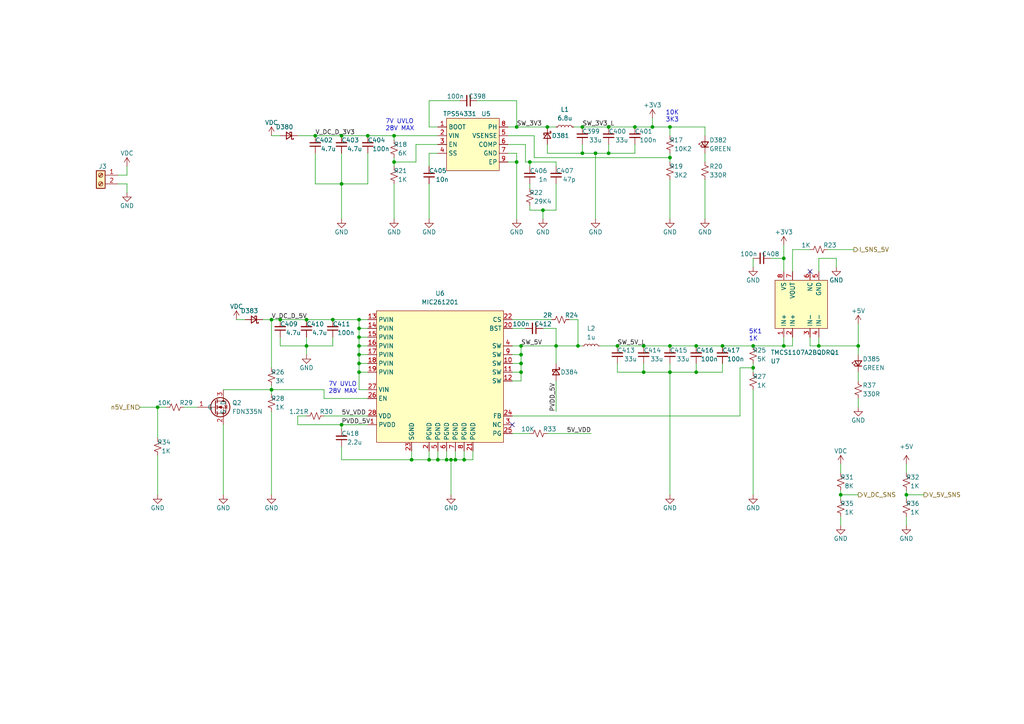
<source format=kicad_sch>
(kicad_sch (version 20210621) (generator eeschema)
  (paper "A4")
  (lib_symbols
    (symbol "Connector:Screw_Terminal_01x02" (pin_names (offset 1.016) hide)
      (property "Reference" "J" (at 0 2.54 0))
      (property "Value" "Screw_Terminal_01x02" (at 0 -5.08 0))
      (symbol "Screw_Terminal_01x02_1_1"
        (rectangle (start -1.27 1.27) (end 1.27 -3.81) (stroke (width 0.254)) (fill (type background)))
        (circle (center 0 -2.54) (radius 0.635) (stroke (width 0.1524)) (stroke (width 0.1524)))
        (polyline (pts (xy -0.5334 -2.2098) (xy 0.3302 -3.048)) (stroke (width 0.1524)))
        (polyline (pts (xy -0.5334 0.3302) (xy 0.3302 -0.508)) (stroke (width 0.1524)))
        (polyline (pts (xy -0.3556 -2.032) (xy 0.508 -2.8702)) (stroke (width 0.1524)))
        (polyline (pts (xy -0.3556 0.508) (xy 0.508 -0.3302)) (stroke (width 0.1524)))
        (circle (center 0 0) (radius 0.635) (stroke (width 0.1524)) (stroke (width 0.1524)))
        (pin passive line (at -5.08 0 0) (length 3.81) (name "Pin_1") (number "1"))
        (pin passive line (at -5.08 -2.54 0) (length 3.81) (name "Pin_2") (number "2"))
      )
    )
    (symbol "Custom_Transistors:FDN335N"
      (property "Reference" "Q" (at 9.525 -13.97 0))
      (property "Value" "FDN335N" (at 8.89 -12.065 0))
      (symbol "FDN335N_0_1"
        (circle (center -0.889 0) (radius 2.794) (stroke (width 0.254)) (stroke (width 0.254)))
        (circle (center 0 -1.778) (radius 0.254) (fill (type outline)))
        (polyline (pts (xy -2.286 0) (xy -5.08 0)))
        (polyline (pts (xy -2.286 1.905) (xy -2.286 -1.905)) (stroke (width 0.254)))
        (polyline (pts (xy -1.778 -1.27) (xy -1.778 -2.286)) (stroke (width 0.254)))
        (polyline (pts (xy -1.778 0.508) (xy -1.778 -0.508)) (stroke (width 0.254)))
        (polyline (pts (xy -1.778 2.286) (xy -1.778 1.27)) (stroke (width 0.254)))
        (polyline (pts (xy 0 2.54) (xy 0 1.778)))
        (polyline (pts (xy 0 -2.54) (xy 0 0) (xy -1.778 0)))
        (polyline (pts (xy -1.778 -1.778) (xy 0.762 -1.778) (xy 0.762 1.778) (xy -1.778 1.778)))
        (polyline (pts (xy -1.524 0) (xy -0.508 0.381) (xy -0.508 -0.381) (xy -1.524 0)) (fill (type outline)))
        (polyline (pts (xy 0.254 0.508) (xy 0.381 0.381) (xy 1.143 0.381) (xy 1.27 0.254)))
        (polyline (pts (xy 0.762 0.381) (xy 0.381 -0.254) (xy 1.143 -0.254) (xy 0.762 0.381)))
        (circle (center 0 1.778) (radius 0.254) (fill (type outline)))
      )
      (symbol "FDN335N_1_1"
        (pin input line (at -7.62 0 0) (length 2.54) (name "G") (number "1"))
        (pin passive line (at 0 -5.08 90) (length 2.54) (name "S") (number "2"))
        (pin passive line (at 0 5.08 270) (length 2.54) (name "D") (number "3"))
      )
    )
    (symbol "Device:C_Small" (pin_numbers hide) (pin_names (offset 0.254) hide)
      (property "Reference" "C" (at 0.254 1.778 0))
      (property "Value" "C_Small" (at 0.254 -2.032 0))
      (symbol "C_Small_0_1"
        (polyline (pts (xy -1.524 -0.508) (xy 1.524 -0.508)) (stroke (width 0.3302)))
        (polyline (pts (xy -1.524 0.508) (xy 1.524 0.508)) (stroke (width 0.3048)))
      )
      (symbol "C_Small_1_1"
        (pin passive line (at 0 2.54 270) (length 2.032) (name "~") (number "1"))
        (pin passive line (at 0 -2.54 90) (length 2.032) (name "~") (number "2"))
      )
    )
    (symbol "Device:D_Schottky_Small" (pin_numbers hide) (pin_names (offset 0.254) hide)
      (property "Reference" "D" (at -1.27 2.032 0))
      (property "Value" "D_Schottky_Small" (at -7.112 -2.032 0))
      (symbol "D_Schottky_Small_0_1"
        (polyline (pts (xy -0.762 0) (xy 0.762 0)))
        (polyline (pts (xy 0.762 -1.016) (xy -0.762 0) (xy 0.762 1.016) (xy 0.762 -1.016)) (stroke (width 0.254)))
        (polyline (pts (xy -1.27 0.762) (xy -1.27 1.016) (xy -0.762 1.016) (xy -0.762 -1.016) (xy -0.254 -1.016) (xy -0.254 -0.762)) (stroke (width 0.254)))
      )
      (symbol "D_Schottky_Small_1_1"
        (pin passive line (at -2.54 0 0) (length 1.778) (name "K") (number "1"))
        (pin passive line (at 2.54 0 180) (length 1.778) (name "A") (number "2"))
      )
    )
    (symbol "Device:LED_Small" (pin_numbers hide) (pin_names (offset 0.254) hide)
      (property "Reference" "D" (at -1.27 3.175 0))
      (property "Value" "LED_Small" (at -4.445 -2.54 0))
      (symbol "LED_Small_0_1"
        (polyline (pts (xy -0.762 -1.016) (xy -0.762 1.016)) (stroke (width 0.254)))
        (polyline (pts (xy 1.016 0) (xy -0.762 0)))
        (polyline (pts (xy 0.762 -1.016) (xy -0.762 0) (xy 0.762 1.016) (xy 0.762 -1.016)) (stroke (width 0.254)))
        (polyline (pts (xy 0 0.762) (xy -0.508 1.27) (xy -0.254 1.27) (xy -0.508 1.27) (xy -0.508 1.016)))
        (polyline (pts (xy 0.508 1.27) (xy 0 1.778) (xy 0.254 1.778) (xy 0 1.778) (xy 0 1.524)))
      )
      (symbol "LED_Small_1_1"
        (pin passive line (at -2.54 0 0) (length 1.778) (name "K") (number "1"))
        (pin passive line (at 2.54 0 180) (length 1.778) (name "A") (number "2"))
      )
    )
    (symbol "Device:L_Small" (pin_numbers hide) (pin_names (offset 0.254) hide)
      (property "Reference" "L" (at 0.762 1.016 0))
      (property "Value" "L_Small" (at 0.762 -1.016 0))
      (symbol "L_Small_0_1"
        (arc (start 0 -2.032) (mid 0.508 -1.524) (end 0 -1.016))
        (arc (start 0 -1.016) (mid 0.508 -0.508) (end 0 0))
        (arc (start 0 0) (mid 0.508 0.508) (end 0 1.016))
        (arc (start 0 1.016) (mid 0.508 1.524) (end 0 2.032))
      )
      (symbol "L_Small_1_1"
        (pin passive line (at 0 2.54 270) (length 0.508) (name "~") (number "1"))
        (pin passive line (at 0 -2.54 90) (length 0.508) (name "~") (number "2"))
      )
    )
    (symbol "Device:R_Small_US" (pin_numbers hide) (pin_names (offset 0.254) hide)
      (property "Reference" "R" (at 0.762 0.508 0))
      (property "Value" "R_Small_US" (at 0.762 -1.016 0))
      (symbol "R_Small_US_1_1"
        (polyline (pts (xy 0 0) (xy 1.016 -0.381) (xy 0 -0.762) (xy -1.016 -1.143) (xy 0 -1.524)))
        (polyline (pts (xy 0 1.524) (xy 1.016 1.143) (xy 0 0.762) (xy -1.016 0.381) (xy 0 0)))
        (pin passive line (at 0 2.54 270) (length 1.016) (name "~") (number "1"))
        (pin passive line (at 0 -2.54 90) (length 1.016) (name "~") (number "2"))
      )
    )
    (symbol "LED_Addrs:MIC261201"
      (property "Reference" "U" (at 31.75 3.81 0))
      (property "Value" "MIC261201" (at 7.62 3.81 0))
      (symbol "MIC261201_0_1"
        (rectangle (start 2.54 2.54) (end 39.37 -35.56) (stroke (width 0.1524)) (fill (type background)))
      )
      (symbol "MIC261201_1_1"
        (pin input line (at 0 -30.48 0) (length 2.54) (name "PVDD") (number "1"))
        (pin input line (at 41.91 -12.7 180) (length 2.54) (name "SW") (number "10"))
        (pin input line (at 41.91 -15.24 180) (length 2.54) (name "SW") (number "11"))
        (pin input line (at 41.91 -17.78 180) (length 2.54) (name "SW") (number "12"))
        (pin input line (at 0 0 0) (length 2.54) (name "PVIN") (number "13"))
        (pin input line (at 0 -2.54 0) (length 2.54) (name "PVIN") (number "14"))
        (pin input line (at 0 -5.08 0) (length 2.54) (name "PVIN") (number "15"))
        (pin input line (at 0 -7.62 0) (length 2.54) (name "PVIN") (number "16"))
        (pin input line (at 0 -10.16 0) (length 2.54) (name "PVIN") (number "17"))
        (pin input line (at 0 -12.7 0) (length 2.54) (name "PVIN") (number "18"))
        (pin input line (at 0 -15.24 0) (length 2.54) (name "PVIN") (number "19"))
        (pin input line (at 17.78 -38.1 90) (length 2.54) (name "PGND") (number "2"))
        (pin input line (at 41.91 -2.54 180) (length 2.54) (name "BST") (number "20"))
        (pin input line (at 30.48 -38.1 90) (length 2.54) (name "PGND") (number "21"))
        (pin input line (at 41.91 0 180) (length 2.54) (name "CS") (number "22"))
        (pin input line (at 12.7 -38.1 90) (length 2.54) (name "SGND") (number "23"))
        (pin input line (at 41.91 -27.94 180) (length 2.54) (name "FB") (number "24"))
        (pin input line (at 41.91 -33.02 180) (length 2.54) (name "PG") (number "25"))
        (pin input line (at 0 -22.86 0) (length 2.54) (name "EN") (number "26"))
        (pin input line (at 0 -20.32 0) (length 2.54) (name "VIN") (number "27"))
        (pin input line (at 0 -27.94 0) (length 2.54) (name "VDD") (number "28"))
        (pin input line (at 41.91 -30.48 180) (length 2.54) (name "NC") (number "3"))
        (pin input line (at 41.91 -7.62 180) (length 2.54) (name "SW") (number "4"))
        (pin input line (at 20.32 -38.1 90) (length 2.54) (name "PGND") (number "5"))
        (pin input line (at 22.86 -38.1 90) (length 2.54) (name "PGND") (number "6"))
        (pin input line (at 25.4 -38.1 90) (length 2.54) (name "PGND") (number "7"))
        (pin input line (at 27.94 -38.1 90) (length 2.54) (name "PGND") (number "8"))
        (pin input line (at 41.91 -10.16 180) (length 2.54) (name "SW") (number "9"))
      )
    )
    (symbol "LED_Addrs:TMCS1107A2BQDRQ1"
      (property "Reference" "U" (at 2.54 6.35 0))
      (property "Value" "TMCS1107A2BQDRQ1" (at 10.16 3.81 0))
      (symbol "TMCS1107A2BQDRQ1_0_1"
        (rectangle (start 2.54 -12.7) (end 16.51 2.54) (stroke (width 0.1524)) (fill (type background)))
      )
      (symbol "TMCS1107A2BQDRQ1_1_1"
        (pin input line (at 0 0 0) (length 2.54) (name "IN+") (number "1"))
        (pin input line (at 0 -2.54 0) (length 2.54) (name "IN+") (number "2"))
        (pin input line (at 0 -7.62 0) (length 2.54) (name "IN-") (number "3"))
        (pin input line (at 0 -10.16 0) (length 2.54) (name "IN-") (number "4"))
        (pin input line (at 19.05 -10.16 180) (length 2.54) (name "GND") (number "5"))
        (pin input line (at 19.05 -7.62 180) (length 2.54) (name "NC") (number "6"))
        (pin input line (at 19.05 -2.54 180) (length 2.54) (name "VOUT") (number "7"))
        (pin input line (at 19.05 0 180) (length 2.54) (name "VS") (number "8"))
      )
    )
    (symbol "LED_Addrs:TPS54331"
      (property "Reference" "U" (at 13.97 3.81 0))
      (property "Value" "TPS54331" (at 6.35 3.81 0))
      (symbol "TPS54331_0_1"
        (rectangle (start 2.54 2.54) (end 17.78 -12.7) (stroke (width 0.1524)) (fill (type background)))
      )
      (symbol "TPS54331_1_1"
        (pin input line (at 0 0 0) (length 2.54) (name "BOOT") (number "1"))
        (pin input line (at 0 -2.54 0) (length 2.54) (name "VIN") (number "2"))
        (pin input line (at 0 -5.08 0) (length 2.54) (name "EN") (number "3"))
        (pin input line (at 0 -7.62 0) (length 2.54) (name "SS") (number "4"))
        (pin input line (at 20.32 -2.54 180) (length 2.54) (name "VSENSE") (number "5"))
        (pin input line (at 20.32 -5.08 180) (length 2.54) (name "COMP") (number "6"))
        (pin input line (at 20.32 -7.62 180) (length 2.54) (name "GND") (number "7"))
        (pin input line (at 20.32 0 180) (length 2.54) (name "PH") (number "8"))
        (pin input line (at 20.32 -10.16 180) (length 2.54) (name "EP") (number "9"))
      )
    )
    (symbol "power:+3V3" (power) (pin_names (offset 0))
      (property "Value" "+3V3" (at 0 3.556 0))
      (symbol "+3V3_0_1"
        (polyline (pts (xy -0.762 1.27) (xy 0 2.54)))
        (polyline (pts (xy 0 0) (xy 0 2.54)))
        (polyline (pts (xy 0 2.54) (xy 0.762 1.27)))
      )
      (symbol "+3V3_1_1"
        (pin power_in line (at 0 0 90) (length 0) hide (name "+3V3") (number "1"))
      )
    )
    (symbol "power:+5V" (power) (pin_names (offset 0))
      (property "Value" "+5V" (at 0 3.556 0))
      (symbol "+5V_0_1"
        (polyline (pts (xy -0.762 1.27) (xy 0 2.54)))
        (polyline (pts (xy 0 0) (xy 0 2.54)))
        (polyline (pts (xy 0 2.54) (xy 0.762 1.27)))
      )
      (symbol "+5V_1_1"
        (pin power_in line (at 0 0 90) (length 0) hide (name "+5V") (number "1"))
      )
    )
    (symbol "power:GND" (power) (pin_names (offset 0))
      (property "Value" "GND" (at 0 -3.81 0))
      (symbol "GND_0_1"
        (polyline (pts (xy 0 0) (xy 0 -1.27) (xy 1.27 -1.27) (xy 0 -2.54) (xy -1.27 -1.27) (xy 0 -1.27)))
      )
      (symbol "GND_1_1"
        (pin power_in line (at 0 0 270) (length 0) hide (name "GND") (number "1"))
      )
    )
    (symbol "power:VDC" (power) (pin_names (offset 0))
      (property "Value" "VDC" (at 0 6.35 0))
      (symbol "VDC_0_1"
        (polyline (pts (xy -0.762 1.27) (xy 0 2.54)))
        (polyline (pts (xy 0 0) (xy 0 2.54)))
        (polyline (pts (xy 0 2.54) (xy 0.762 1.27)))
      )
      (symbol "VDC_1_1"
        (pin power_in line (at 0 0 90) (length 0) hide (name "VDC") (number "1"))
      )
    )
  )
  (junction (at 45.72 118.11))
  (junction (at 78.74 92.71))
  (junction (at 78.74 113.03))
  (junction (at 81.28 92.71))
  (junction (at 88.9 92.71))
  (junction (at 88.9 100.33))
  (junction (at 91.44 39.37))
  (junction (at 96.52 92.71))
  (junction (at 99.06 39.37))
  (junction (at 99.06 53.34))
  (junction (at 99.06 123.19))
  (junction (at 104.14 92.71))
  (junction (at 104.14 95.25))
  (junction (at 104.14 97.79))
  (junction (at 104.14 100.33))
  (junction (at 104.14 102.87))
  (junction (at 104.14 105.41))
  (junction (at 104.14 107.95))
  (junction (at 106.68 39.37))
  (junction (at 114.3 39.37))
  (junction (at 114.3 46.99))
  (junction (at 119.38 133.35))
  (junction (at 124.46 133.35))
  (junction (at 127 133.35))
  (junction (at 129.54 133.35))
  (junction (at 130.81 133.35))
  (junction (at 132.08 133.35))
  (junction (at 134.62 133.35))
  (junction (at 149.86 36.83))
  (junction (at 149.86 46.99))
  (junction (at 151.13 100.33))
  (junction (at 151.13 102.87))
  (junction (at 151.13 105.41))
  (junction (at 151.13 107.95))
  (junction (at 153.67 46.99))
  (junction (at 157.48 60.96))
  (junction (at 158.75 36.83))
  (junction (at 161.29 100.33))
  (junction (at 167.64 100.33))
  (junction (at 168.91 36.83))
  (junction (at 168.91 44.45))
  (junction (at 172.72 44.45))
  (junction (at 176.53 36.83))
  (junction (at 176.53 44.45))
  (junction (at 179.07 100.33))
  (junction (at 184.15 36.83))
  (junction (at 186.69 100.33))
  (junction (at 186.69 107.95))
  (junction (at 189.23 36.83))
  (junction (at 194.31 36.83))
  (junction (at 194.31 45.72))
  (junction (at 194.31 100.33))
  (junction (at 194.31 107.95))
  (junction (at 201.93 100.33))
  (junction (at 201.93 107.95))
  (junction (at 209.55 100.33))
  (junction (at 218.44 100.33))
  (junction (at 218.44 106.68))
  (junction (at 227.33 74.93))
  (junction (at 227.33 100.33))
  (junction (at 237.49 100.33))
  (junction (at 243.84 143.51))
  (junction (at 248.92 100.33))
  (junction (at 262.89 143.51))
  (no_connect (at 148.59 123.19))
  (no_connect (at 234.95 78.74))
  (wire (pts (xy 34.29 50.8) (xy 36.83 50.8)))
  (wire (pts (xy 36.83 48.26) (xy 36.83 50.8)))
  (wire (pts (xy 36.83 53.34) (xy 34.29 53.34)))
  (wire (pts (xy 36.83 55.88) (xy 36.83 53.34)))
  (wire (pts (xy 40.64 118.11) (xy 45.72 118.11)))
  (wire (pts (xy 45.72 118.11) (xy 48.26 118.11)))
  (wire (pts (xy 45.72 127) (xy 45.72 118.11)))
  (wire (pts (xy 45.72 132.08) (xy 45.72 143.51)))
  (wire (pts (xy 53.34 118.11) (xy 57.15 118.11)))
  (wire (pts (xy 64.77 113.03) (xy 78.74 113.03)))
  (wire (pts (xy 64.77 123.19) (xy 64.77 143.51)))
  (wire (pts (xy 68.58 92.71) (xy 71.12 92.71)))
  (wire (pts (xy 76.2 92.71) (xy 78.74 92.71)))
  (wire (pts (xy 78.74 39.37) (xy 81.28 39.37)))
  (wire (pts (xy 78.74 92.71) (xy 78.74 106.68)))
  (wire (pts (xy 78.74 92.71) (xy 81.28 92.71)))
  (wire (pts (xy 78.74 111.76) (xy 78.74 113.03)))
  (wire (pts (xy 78.74 113.03) (xy 78.74 114.3)))
  (wire (pts (xy 78.74 119.38) (xy 78.74 143.51)))
  (wire (pts (xy 81.28 92.71) (xy 88.9 92.71)))
  (wire (pts (xy 81.28 97.79) (xy 81.28 100.33)))
  (wire (pts (xy 81.28 100.33) (xy 88.9 100.33)))
  (wire (pts (xy 86.36 39.37) (xy 91.44 39.37)))
  (wire (pts (xy 86.36 120.65) (xy 86.36 123.19)))
  (wire (pts (xy 86.36 123.19) (xy 99.06 123.19)))
  (wire (pts (xy 88.9 92.71) (xy 96.52 92.71)))
  (wire (pts (xy 88.9 97.79) (xy 88.9 100.33)))
  (wire (pts (xy 88.9 100.33) (xy 88.9 102.87)))
  (wire (pts (xy 88.9 100.33) (xy 96.52 100.33)))
  (wire (pts (xy 88.9 120.65) (xy 86.36 120.65)))
  (wire (pts (xy 91.44 39.37) (xy 99.06 39.37)))
  (wire (pts (xy 91.44 44.45) (xy 91.44 53.34)))
  (wire (pts (xy 91.44 53.34) (xy 99.06 53.34)))
  (wire (pts (xy 93.98 113.03) (xy 78.74 113.03)))
  (wire (pts (xy 93.98 115.57) (xy 93.98 113.03)))
  (wire (pts (xy 93.98 120.65) (xy 106.68 120.65)))
  (wire (pts (xy 96.52 92.71) (xy 104.14 92.71)))
  (wire (pts (xy 96.52 97.79) (xy 96.52 100.33)))
  (wire (pts (xy 99.06 39.37) (xy 106.68 39.37)))
  (wire (pts (xy 99.06 44.45) (xy 99.06 53.34)))
  (wire (pts (xy 99.06 53.34) (xy 99.06 63.5)))
  (wire (pts (xy 99.06 53.34) (xy 106.68 53.34)))
  (wire (pts (xy 99.06 123.19) (xy 99.06 124.46)))
  (wire (pts (xy 99.06 123.19) (xy 106.68 123.19)))
  (wire (pts (xy 99.06 129.54) (xy 99.06 133.35)))
  (wire (pts (xy 99.06 133.35) (xy 119.38 133.35)))
  (wire (pts (xy 104.14 92.71) (xy 106.68 92.71)))
  (wire (pts (xy 104.14 95.25) (xy 104.14 92.71)))
  (wire (pts (xy 104.14 95.25) (xy 106.68 95.25)))
  (wire (pts (xy 104.14 97.79) (xy 104.14 95.25)))
  (wire (pts (xy 104.14 97.79) (xy 106.68 97.79)))
  (wire (pts (xy 104.14 100.33) (xy 104.14 97.79)))
  (wire (pts (xy 104.14 100.33) (xy 106.68 100.33)))
  (wire (pts (xy 104.14 102.87) (xy 104.14 100.33)))
  (wire (pts (xy 104.14 102.87) (xy 106.68 102.87)))
  (wire (pts (xy 104.14 105.41) (xy 104.14 102.87)))
  (wire (pts (xy 104.14 105.41) (xy 106.68 105.41)))
  (wire (pts (xy 104.14 107.95) (xy 104.14 105.41)))
  (wire (pts (xy 104.14 107.95) (xy 104.14 113.03)))
  (wire (pts (xy 106.68 39.37) (xy 114.3 39.37)))
  (wire (pts (xy 106.68 44.45) (xy 106.68 53.34)))
  (wire (pts (xy 106.68 107.95) (xy 104.14 107.95)))
  (wire (pts (xy 106.68 113.03) (xy 104.14 113.03)))
  (wire (pts (xy 106.68 115.57) (xy 93.98 115.57)))
  (wire (pts (xy 114.3 39.37) (xy 114.3 40.64)))
  (wire (pts (xy 114.3 39.37) (xy 127 39.37)))
  (wire (pts (xy 114.3 45.72) (xy 114.3 46.99)))
  (wire (pts (xy 114.3 46.99) (xy 114.3 48.26)))
  (wire (pts (xy 114.3 46.99) (xy 120.65 46.99)))
  (wire (pts (xy 114.3 53.34) (xy 114.3 63.5)))
  (wire (pts (xy 119.38 130.81) (xy 119.38 133.35)))
  (wire (pts (xy 119.38 133.35) (xy 124.46 133.35)))
  (wire (pts (xy 120.65 41.91) (xy 120.65 46.99)))
  (wire (pts (xy 124.46 29.21) (xy 124.46 36.83)))
  (wire (pts (xy 124.46 36.83) (xy 127 36.83)))
  (wire (pts (xy 124.46 44.45) (xy 124.46 48.26)))
  (wire (pts (xy 124.46 44.45) (xy 127 44.45)))
  (wire (pts (xy 124.46 53.34) (xy 124.46 63.5)))
  (wire (pts (xy 124.46 130.81) (xy 124.46 133.35)))
  (wire (pts (xy 124.46 133.35) (xy 127 133.35)))
  (wire (pts (xy 127 41.91) (xy 120.65 41.91)))
  (wire (pts (xy 127 130.81) (xy 127 133.35)))
  (wire (pts (xy 127 133.35) (xy 129.54 133.35)))
  (wire (pts (xy 129.54 130.81) (xy 129.54 133.35)))
  (wire (pts (xy 129.54 133.35) (xy 130.81 133.35)))
  (wire (pts (xy 130.81 133.35) (xy 130.81 143.51)))
  (wire (pts (xy 130.81 133.35) (xy 132.08 133.35)))
  (wire (pts (xy 132.08 130.81) (xy 132.08 133.35)))
  (wire (pts (xy 132.08 133.35) (xy 134.62 133.35)))
  (wire (pts (xy 133.35 29.21) (xy 124.46 29.21)))
  (wire (pts (xy 134.62 130.81) (xy 134.62 133.35)))
  (wire (pts (xy 134.62 133.35) (xy 137.16 133.35)))
  (wire (pts (xy 137.16 130.81) (xy 137.16 133.35)))
  (wire (pts (xy 147.32 36.83) (xy 149.86 36.83)))
  (wire (pts (xy 147.32 39.37) (xy 154.94 39.37)))
  (wire (pts (xy 147.32 41.91) (xy 152.4 41.91)))
  (wire (pts (xy 147.32 44.45) (xy 149.86 44.45)))
  (wire (pts (xy 147.32 46.99) (xy 149.86 46.99)))
  (wire (pts (xy 148.59 92.71) (xy 160.02 92.71)))
  (wire (pts (xy 148.59 95.25) (xy 152.4 95.25)))
  (wire (pts (xy 148.59 100.33) (xy 151.13 100.33)))
  (wire (pts (xy 148.59 102.87) (xy 151.13 102.87)))
  (wire (pts (xy 148.59 105.41) (xy 151.13 105.41)))
  (wire (pts (xy 148.59 107.95) (xy 151.13 107.95)))
  (wire (pts (xy 148.59 110.49) (xy 151.13 110.49)))
  (wire (pts (xy 148.59 120.65) (xy 214.63 120.65)))
  (wire (pts (xy 148.59 125.73) (xy 153.67 125.73)))
  (wire (pts (xy 149.86 29.21) (xy 138.43 29.21)))
  (wire (pts (xy 149.86 36.83) (xy 149.86 29.21)))
  (wire (pts (xy 149.86 36.83) (xy 158.75 36.83)))
  (wire (pts (xy 149.86 44.45) (xy 149.86 46.99)))
  (wire (pts (xy 149.86 46.99) (xy 149.86 63.5)))
  (wire (pts (xy 151.13 100.33) (xy 151.13 102.87)))
  (wire (pts (xy 151.13 100.33) (xy 161.29 100.33)))
  (wire (pts (xy 151.13 102.87) (xy 151.13 105.41)))
  (wire (pts (xy 151.13 105.41) (xy 151.13 107.95)))
  (wire (pts (xy 151.13 107.95) (xy 151.13 110.49)))
  (wire (pts (xy 152.4 41.91) (xy 152.4 46.99)))
  (wire (pts (xy 152.4 46.99) (xy 153.67 46.99)))
  (wire (pts (xy 153.67 46.99) (xy 153.67 48.26)))
  (wire (pts (xy 153.67 46.99) (xy 161.29 46.99)))
  (wire (pts (xy 153.67 53.34) (xy 153.67 54.61)))
  (wire (pts (xy 153.67 59.69) (xy 153.67 60.96)))
  (wire (pts (xy 154.94 39.37) (xy 154.94 45.72)))
  (wire (pts (xy 154.94 45.72) (xy 194.31 45.72)))
  (wire (pts (xy 157.48 60.96) (xy 153.67 60.96)))
  (wire (pts (xy 157.48 60.96) (xy 157.48 63.5)))
  (wire (pts (xy 157.48 95.25) (xy 161.29 95.25)))
  (wire (pts (xy 158.75 36.83) (xy 161.29 36.83)))
  (wire (pts (xy 158.75 41.91) (xy 158.75 44.45)))
  (wire (pts (xy 158.75 44.45) (xy 168.91 44.45)))
  (wire (pts (xy 158.75 125.73) (xy 171.45 125.73)))
  (wire (pts (xy 161.29 48.26) (xy 161.29 46.99)))
  (wire (pts (xy 161.29 53.34) (xy 161.29 60.96)))
  (wire (pts (xy 161.29 60.96) (xy 157.48 60.96)))
  (wire (pts (xy 161.29 95.25) (xy 161.29 100.33)))
  (wire (pts (xy 161.29 100.33) (xy 161.29 105.41)))
  (wire (pts (xy 161.29 100.33) (xy 167.64 100.33)))
  (wire (pts (xy 161.29 110.49) (xy 161.29 119.38)))
  (wire (pts (xy 165.1 92.71) (xy 167.64 92.71)))
  (wire (pts (xy 166.37 36.83) (xy 168.91 36.83)))
  (wire (pts (xy 167.64 92.71) (xy 167.64 100.33)))
  (wire (pts (xy 167.64 100.33) (xy 168.91 100.33)))
  (wire (pts (xy 168.91 36.83) (xy 176.53 36.83)))
  (wire (pts (xy 168.91 41.91) (xy 168.91 44.45)))
  (wire (pts (xy 168.91 44.45) (xy 172.72 44.45)))
  (wire (pts (xy 172.72 44.45) (xy 172.72 63.5)))
  (wire (pts (xy 172.72 44.45) (xy 176.53 44.45)))
  (wire (pts (xy 173.99 100.33) (xy 179.07 100.33)))
  (wire (pts (xy 176.53 36.83) (xy 184.15 36.83)))
  (wire (pts (xy 176.53 41.91) (xy 176.53 44.45)))
  (wire (pts (xy 176.53 44.45) (xy 184.15 44.45)))
  (wire (pts (xy 179.07 100.33) (xy 186.69 100.33)))
  (wire (pts (xy 179.07 105.41) (xy 179.07 107.95)))
  (wire (pts (xy 179.07 107.95) (xy 186.69 107.95)))
  (wire (pts (xy 184.15 36.83) (xy 189.23 36.83)))
  (wire (pts (xy 184.15 41.91) (xy 184.15 44.45)))
  (wire (pts (xy 186.69 100.33) (xy 194.31 100.33)))
  (wire (pts (xy 186.69 105.41) (xy 186.69 107.95)))
  (wire (pts (xy 186.69 107.95) (xy 194.31 107.95)))
  (wire (pts (xy 189.23 34.29) (xy 189.23 36.83)))
  (wire (pts (xy 189.23 36.83) (xy 194.31 36.83)))
  (wire (pts (xy 194.31 36.83) (xy 194.31 39.37)))
  (wire (pts (xy 194.31 44.45) (xy 194.31 45.72)))
  (wire (pts (xy 194.31 45.72) (xy 194.31 46.99)))
  (wire (pts (xy 194.31 52.07) (xy 194.31 63.5)))
  (wire (pts (xy 194.31 100.33) (xy 201.93 100.33)))
  (wire (pts (xy 194.31 105.41) (xy 194.31 107.95)))
  (wire (pts (xy 194.31 107.95) (xy 194.31 143.51)))
  (wire (pts (xy 194.31 107.95) (xy 201.93 107.95)))
  (wire (pts (xy 201.93 100.33) (xy 209.55 100.33)))
  (wire (pts (xy 201.93 105.41) (xy 201.93 107.95)))
  (wire (pts (xy 201.93 107.95) (xy 209.55 107.95)))
  (wire (pts (xy 204.47 36.83) (xy 194.31 36.83)))
  (wire (pts (xy 204.47 39.37) (xy 204.47 36.83)))
  (wire (pts (xy 204.47 44.45) (xy 204.47 46.99)))
  (wire (pts (xy 204.47 52.07) (xy 204.47 63.5)))
  (wire (pts (xy 209.55 100.33) (xy 218.44 100.33)))
  (wire (pts (xy 209.55 105.41) (xy 209.55 107.95)))
  (wire (pts (xy 214.63 106.68) (xy 218.44 106.68)))
  (wire (pts (xy 214.63 120.65) (xy 214.63 106.68)))
  (wire (pts (xy 218.44 74.93) (xy 218.44 77.47)))
  (wire (pts (xy 218.44 100.33) (xy 227.33 100.33)))
  (wire (pts (xy 218.44 105.41) (xy 218.44 106.68)))
  (wire (pts (xy 218.44 106.68) (xy 218.44 107.95)))
  (wire (pts (xy 218.44 113.03) (xy 218.44 143.51)))
  (wire (pts (xy 223.52 74.93) (xy 227.33 74.93)))
  (wire (pts (xy 227.33 71.12) (xy 227.33 74.93)))
  (wire (pts (xy 227.33 74.93) (xy 227.33 78.74)))
  (wire (pts (xy 227.33 97.79) (xy 227.33 100.33)))
  (wire (pts (xy 227.33 100.33) (xy 229.87 100.33)))
  (wire (pts (xy 229.87 72.39) (xy 229.87 78.74)))
  (wire (pts (xy 229.87 72.39) (xy 234.95 72.39)))
  (wire (pts (xy 229.87 97.79) (xy 229.87 100.33)))
  (wire (pts (xy 234.95 97.79) (xy 234.95 100.33)))
  (wire (pts (xy 234.95 100.33) (xy 237.49 100.33)))
  (wire (pts (xy 237.49 74.93) (xy 242.57 74.93)))
  (wire (pts (xy 237.49 78.74) (xy 237.49 74.93)))
  (wire (pts (xy 237.49 97.79) (xy 237.49 100.33)))
  (wire (pts (xy 237.49 100.33) (xy 248.92 100.33)))
  (wire (pts (xy 240.03 72.39) (xy 247.65 72.39)))
  (wire (pts (xy 242.57 74.93) (xy 242.57 77.47)))
  (wire (pts (xy 243.84 134.62) (xy 243.84 137.16)))
  (wire (pts (xy 243.84 142.24) (xy 243.84 143.51)))
  (wire (pts (xy 243.84 143.51) (xy 243.84 144.78)))
  (wire (pts (xy 243.84 143.51) (xy 248.92 143.51)))
  (wire (pts (xy 243.84 149.86) (xy 243.84 152.4)))
  (wire (pts (xy 248.92 100.33) (xy 248.92 93.98)))
  (wire (pts (xy 248.92 100.33) (xy 248.92 102.87)))
  (wire (pts (xy 248.92 107.95) (xy 248.92 110.49)))
  (wire (pts (xy 248.92 115.57) (xy 248.92 118.11)))
  (wire (pts (xy 262.89 134.62) (xy 262.89 137.16)))
  (wire (pts (xy 262.89 142.24) (xy 262.89 143.51)))
  (wire (pts (xy 262.89 143.51) (xy 262.89 144.78)))
  (wire (pts (xy 262.89 143.51) (xy 267.97 143.51)))
  (wire (pts (xy 262.89 149.86) (xy 262.89 152.4)))
  (text "7V UVLO\n28V MAX" (at 95.25 114.3 0) (effects (font (size 1.27 1.27)) (justify left bottom)))
  (text "7V UVLO\n28V MAX" (at 111.76 38.1 0) (effects (font (size 1.27 1.27)) (justify left bottom)))
  (text "10K\n3K3" (at 193.04 35.56 0) (effects (font (size 1.27 1.27)) (justify left bottom)))
  (text "5K1\n1K" (at 217.17 99.06 0) (effects (font (size 1.27 1.27)) (justify left bottom)))
  (label "V_DC_D_5V" (at 78.74 92.71 0))
  (label "V_DC_D_3V3" (at 91.44 39.37 0))
  (label "5V_VDD" (at 99.06 120.65 0))
  (label "PVDD_5V" (at 99.06 123.19 0))
  (label "SW_3V3" (at 149.86 36.83 0))
  (label "SW_5V" (at 151.13 100.33 0))
  (label "PVDD_5V" (at 161.29 119.38 90))
  (label "SW_3V3_L" (at 168.91 36.83 0))
  (label "5V_VDD" (at 171.45 125.73 180))
  (label "SW_5V_L" (at 179.07 100.33 0))
  (hierarchical_label "n5V_EN" (shape input) (at 40.64 118.11 180))
  (hierarchical_label "I_SNS_5V" (shape output) (at 247.65 72.39 0))
  (hierarchical_label "V_DC_SNS" (shape output) (at 248.92 143.51 0))
  (hierarchical_label "V_5V_SNS" (shape output) (at 267.97 143.51 0))
  (symbol (lib_id "power:VDC") (at 36.83 48.26 0) (unit 1)
    (property "Reference" "#PWR01173" (effects hide))
    (property "Value" "VDC" (at 36.83 44.45 0))
  )
  (symbol (lib_id "power:VDC") (at 68.58 92.71 0) (unit 1)
    (property "Reference" "#PWR01186" (effects hide))
    (property "Value" "VDC" (at 68.58 88.9 0))
  )
  (symbol (lib_id "power:VDC") (at 78.74 39.37 0) (unit 1)
    (property "Reference" "#PWR01172" (effects hide))
    (property "Value" "VDC" (at 78.74 35.56 0))
  )
  (symbol (lib_id "power:+3V3") (at 189.23 34.29 0) (unit 1)
    (property "Reference" "#PWR01171" (effects hide))
    (property "Value" "+3V3" (at 189.23 30.48 0))
  )
  (symbol (lib_id "power:+3V3") (at 227.33 71.12 0) (unit 1)
    (property "Reference" "#PWR01183" (effects hide))
    (property "Value" "+3V3" (at 227.33 67.31 0))
  )
  (symbol (lib_id "power:VDC") (at 243.84 134.62 0) (unit 1)
    (property "Reference" "#PWR01189" (effects hide))
    (property "Value" "VDC" (at 243.84 130.81 0))
  )
  (symbol (lib_id "power:+5V") (at 248.92 93.98 0) (unit 1)
    (property "Reference" "#PWR01187" (effects hide))
    (property "Value" "+5V" (at 248.92 90.17 0))
  )
  (symbol (lib_id "power:+5V") (at 262.89 134.62 0) (unit 1)
    (property "Reference" "#PWR01190" (effects hide))
    (property "Value" "+5V" (at 262.89 129.54 0))
  )
  (symbol (lib_id "Device:L_Small") (at 163.83 36.83 90) (unit 1)
    (property "Reference" "L1" (at 163.83 31.75 90))
    (property "Value" "6.8u" (at 163.83 34.29 90))
    (property "Footprint" "Inductor_SMD:L_Vishay_IHLP-2525" (effects hide))
    (property "PN" " IHLM2525CZER6R8M01" (effects hide))
  )
  (symbol (lib_id "Device:L_Small") (at 171.45 100.33 90) (unit 1)
    (property "Reference" "L2" (at 171.45 95.25 90))
    (property "Value" "1u" (at 171.45 97.79 90))
    (property "Footprint" "Inductor_SMD:L_Vishay_IHLP-4040" (effects hide))
    (property "PN" "IHLP4040DZER1R0M11" (effects hide))
  )
  (symbol (lib_id "power:GND") (at 36.83 55.88 0) (unit 1)
    (property "Reference" "#PWR01174" (effects hide))
    (property "Value" "GND" (at 36.83 59.69 0))
  )
  (symbol (lib_id "power:GND") (at 45.72 143.51 0) (unit 1)
    (property "Reference" "#PWR01193" (effects hide))
    (property "Value" "GND" (at 45.72 147.32 0))
  )
  (symbol (lib_id "power:GND") (at 64.77 143.51 0) (unit 1)
    (property "Reference" "#PWR01194" (effects hide))
    (property "Value" "GND" (at 64.77 147.32 0))
  )
  (symbol (lib_id "power:GND") (at 78.74 143.51 0) (unit 1)
    (property "Reference" "#PWR01195" (effects hide))
    (property "Value" "GND" (at 78.74 147.32 0))
  )
  (symbol (lib_id "power:GND") (at 88.9 102.87 0) (unit 1)
    (property "Reference" "#PWR01188" (effects hide))
    (property "Value" "GND" (at 88.9 106.68 0))
  )
  (symbol (lib_id "power:GND") (at 99.06 63.5 0) (unit 1)
    (property "Reference" "#PWR01175" (effects hide))
    (property "Value" "GND" (at 99.06 67.31 0))
  )
  (symbol (lib_id "power:GND") (at 114.3 63.5 0) (unit 1)
    (property "Reference" "#PWR01176" (effects hide))
    (property "Value" "GND" (at 114.3 67.31 0))
  )
  (symbol (lib_id "power:GND") (at 124.46 63.5 0) (unit 1)
    (property "Reference" "#PWR01177" (effects hide))
    (property "Value" "GND" (at 124.46 67.31 0))
  )
  (symbol (lib_id "power:GND") (at 130.81 143.51 0) (unit 1)
    (property "Reference" "#PWR01196" (effects hide))
    (property "Value" "GND" (at 130.81 147.32 0))
  )
  (symbol (lib_id "power:GND") (at 149.86 63.5 0) (unit 1)
    (property "Reference" "#PWR01178" (effects hide))
    (property "Value" "GND" (at 149.86 67.31 0))
  )
  (symbol (lib_id "power:GND") (at 157.48 63.5 0) (unit 1)
    (property "Reference" "#PWR01179" (effects hide))
    (property "Value" "GND" (at 157.48 67.31 0))
  )
  (symbol (lib_id "power:GND") (at 172.72 63.5 0) (unit 1)
    (property "Reference" "#PWR01180" (effects hide))
    (property "Value" "GND" (at 172.72 67.31 0))
  )
  (symbol (lib_id "power:GND") (at 194.31 63.5 0) (unit 1)
    (property "Reference" "#PWR01181" (effects hide))
    (property "Value" "GND" (at 194.31 67.31 0))
  )
  (symbol (lib_id "power:GND") (at 194.31 143.51 0) (unit 1)
    (property "Reference" "#PWR01198" (effects hide))
    (property "Value" "GND" (at 194.31 147.32 0))
  )
  (symbol (lib_id "power:GND") (at 204.47 63.5 0) (unit 1)
    (property "Reference" "#PWR01182" (effects hide))
    (property "Value" "GND" (at 204.47 67.31 0))
  )
  (symbol (lib_id "power:GND") (at 218.44 77.47 0) (unit 1)
    (property "Reference" "#PWR01184" (effects hide))
    (property "Value" "GND" (at 218.44 81.28 0))
  )
  (symbol (lib_id "power:GND") (at 218.44 143.51 0) (unit 1)
    (property "Reference" "#PWR01199" (effects hide))
    (property "Value" "GND" (at 218.44 147.32 0))
  )
  (symbol (lib_id "power:GND") (at 242.57 77.47 0) (unit 1)
    (property "Reference" "#PWR01185" (effects hide))
    (property "Value" "GND" (at 242.57 81.28 0))
  )
  (symbol (lib_id "power:GND") (at 243.84 152.4 0) (unit 1)
    (property "Reference" "#PWR01191" (effects hide))
    (property "Value" "GND" (at 243.84 156.21 0))
  )
  (symbol (lib_id "power:GND") (at 248.92 118.11 0) (unit 1)
    (property "Reference" "#PWR01197" (effects hide))
    (property "Value" "GND" (at 248.92 121.92 0))
  )
  (symbol (lib_id "power:GND") (at 262.89 152.4 0) (unit 1)
    (property "Reference" "#PWR01192" (effects hide))
    (property "Value" "GND" (at 262.89 156.21 0))
  )
  (symbol (lib_id "Device:R_Small_US") (at 45.72 129.54 180) (unit 1)
    (property "Reference" "R34" (at 49.53 128.2701 0) (effects (justify left)))
    (property "Value" "1K" (at 49.53 130.8101 0) (effects (justify left)))
    (property "Footprint" "Resistor_SMD:R_0402_1005Metric_Pad0.72x0.64mm_HandSolder" (effects hide))
  )
  (symbol (lib_id "Device:R_Small_US") (at 50.8 118.11 270) (unit 1)
    (property "Reference" "R29" (at 52.0701 116.84 90) (effects (justify left)))
    (property "Value" "10K" (at 45.7201 116.84 90) (effects (justify left)))
    (property "Footprint" "Resistor_SMD:R_0402_1005Metric_Pad0.72x0.64mm_HandSolder" (effects hide))
  )
  (symbol (lib_id "Device:R_Small_US") (at 78.74 109.22 180) (unit 1)
    (property "Reference" "R26" (at 82.55 107.9501 0) (effects (justify left)))
    (property "Value" "3K" (at 82.55 110.4901 0) (effects (justify left)))
    (property "Footprint" "Resistor_SMD:R_0402_1005Metric_Pad0.72x0.64mm_HandSolder" (effects hide))
  )
  (symbol (lib_id "Device:R_Small_US") (at 78.74 116.84 180) (unit 1)
    (property "Reference" "R28" (at 82.55 115.5701 0) (effects (justify left)))
    (property "Value" "1K" (at 82.55 118.1101 0) (effects (justify left)))
    (property "Footprint" "Resistor_SMD:R_0402_1005Metric_Pad0.72x0.64mm_HandSolder" (effects hide))
  )
  (symbol (lib_id "Device:R_Small_US") (at 91.44 120.65 270) (unit 1)
    (property "Reference" "R30" (at 92.7101 119.38 90) (effects (justify left)))
    (property "Value" "1.21R" (at 83.8201 119.38 90) (effects (justify left)))
    (property "Footprint" "Resistor_SMD:R_0402_1005Metric_Pad0.72x0.64mm_HandSolder" (effects hide))
  )
  (symbol (lib_id "Device:R_Small_US") (at 114.3 43.18 180) (unit 1)
    (property "Reference" "R18" (at 118.11 41.9101 0) (effects (justify left)))
    (property "Value" "6K" (at 118.11 44.4501 0) (effects (justify left)))
    (property "Footprint" "Resistor_SMD:R_0402_1005Metric_Pad0.72x0.64mm_HandSolder" (effects hide))
  )
  (symbol (lib_id "Device:R_Small_US") (at 114.3 50.8 180) (unit 1)
    (property "Reference" "R21" (at 118.11 49.5301 0) (effects (justify left)))
    (property "Value" "1K" (at 118.11 52.0701 0) (effects (justify left)))
    (property "Footprint" "Resistor_SMD:R_0402_1005Metric_Pad0.72x0.64mm_HandSolder" (effects hide))
  )
  (symbol (lib_id "Device:R_Small_US") (at 153.67 57.15 180) (unit 1)
    (property "Reference" "R22" (at 157.48 55.8801 0) (effects (justify left)))
    (property "Value" "29K4" (at 160.02 58.4201 0) (effects (justify left)))
    (property "Footprint" "Resistor_SMD:R_0402_1005Metric_Pad0.72x0.64mm_HandSolder" (effects hide))
  )
  (symbol (lib_id "Device:R_Small_US") (at 156.21 125.73 270) (unit 1)
    (property "Reference" "R33" (at 157.4801 124.46 90) (effects (justify left)))
    (property "Value" "10K" (at 151.1301 124.46 90) (effects (justify left)))
    (property "Footprint" "Resistor_SMD:R_0402_1005Metric_Pad0.72x0.64mm_HandSolder" (effects hide))
  )
  (symbol (lib_id "Device:R_Small_US") (at 162.56 92.71 270) (unit 1)
    (property "Reference" "R24" (at 163.8301 91.44 90) (effects (justify left)))
    (property "Value" "2R" (at 157.4801 91.44 90) (effects (justify left)))
    (property "Footprint" "Resistor_SMD:R_0402_1005Metric_Pad0.72x0.64mm_HandSolder" (effects hide))
  )
  (symbol (lib_id "Device:R_Small_US") (at 194.31 41.91 180) (unit 1)
    (property "Reference" "R17" (at 198.12 40.6401 0) (effects (justify left)))
    (property "Value" "10K2" (at 200.66 43.1801 0) (effects (justify left)))
    (property "Footprint" "Resistor_SMD:R_0402_1005Metric_Pad0.72x0.64mm_HandSolder" (effects hide))
  )
  (symbol (lib_id "Device:R_Small_US") (at 194.31 49.53 180) (unit 1)
    (property "Reference" "R19" (at 198.12 48.2601 0) (effects (justify left)))
    (property "Value" "3K2" (at 199.39 50.8001 0) (effects (justify left)))
    (property "Footprint" "Resistor_SMD:R_0402_1005Metric_Pad0.72x0.64mm_HandSolder" (effects hide))
  )
  (symbol (lib_id "Device:R_Small_US") (at 204.47 49.53 0) (unit 1)
    (property "Reference" "R20" (at 205.74 48.2599 0) (effects (justify left)))
    (property "Value" "330R" (at 205.74 50.7999 0) (effects (justify left)))
    (property "Footprint" "Resistor_SMD:R_0402_1005Metric_Pad0.72x0.64mm_HandSolder" (effects hide))
  )
  (symbol (lib_id "Device:R_Small_US") (at 218.44 102.87 180) (unit 1)
    (property "Reference" "R25" (at 222.25 101.6001 0) (effects (justify left)))
    (property "Value" "5K" (at 222.25 104.1401 0) (effects (justify left)))
    (property "Footprint" "Resistor_SMD:R_0402_1005Metric_Pad0.72x0.64mm_HandSolder" (effects hide))
  )
  (symbol (lib_id "Device:R_Small_US") (at 218.44 110.49 180) (unit 1)
    (property "Reference" "R27" (at 222.25 109.2201 0) (effects (justify left)))
    (property "Value" "1K" (at 222.25 111.7601 0) (effects (justify left)))
    (property "Footprint" "Resistor_SMD:R_0402_1005Metric_Pad0.72x0.64mm_HandSolder" (effects hide))
  )
  (symbol (lib_id "Device:R_Small_US") (at 237.49 72.39 270) (unit 1)
    (property "Reference" "R23" (at 238.7601 71.12 90) (effects (justify left)))
    (property "Value" "1K" (at 232.4101 71.12 90) (effects (justify left)))
    (property "Footprint" "Resistor_SMD:R_0402_1005Metric_Pad0.72x0.64mm_HandSolder" (effects hide))
  )
  (symbol (lib_id "Device:R_Small_US") (at 243.84 139.7 180) (unit 1)
    (property "Reference" "R31" (at 247.65 138.4301 0) (effects (justify left)))
    (property "Value" "8K" (at 247.65 140.9701 0) (effects (justify left)))
    (property "Footprint" "Resistor_SMD:R_0402_1005Metric_Pad0.72x0.64mm_HandSolder" (effects hide))
  )
  (symbol (lib_id "Device:R_Small_US") (at 243.84 147.32 180) (unit 1)
    (property "Reference" "R35" (at 247.65 146.0501 0) (effects (justify left)))
    (property "Value" "1K" (at 247.65 148.5901 0) (effects (justify left)))
    (property "Footprint" "Resistor_SMD:R_0402_1005Metric_Pad0.72x0.64mm_HandSolder" (effects hide))
  )
  (symbol (lib_id "Device:R_Small_US") (at 248.92 113.03 0) (unit 1)
    (property "Reference" "R37" (at 250.19 111.7599 0) (effects (justify left)))
    (property "Value" "330R" (at 250.19 114.2999 0) (effects (justify left)))
    (property "Footprint" "Resistor_SMD:R_0402_1005Metric_Pad0.72x0.64mm_HandSolder" (effects hide))
  )
  (symbol (lib_id "Device:R_Small_US") (at 262.89 139.7 180) (unit 1)
    (property "Reference" "R32" (at 266.7 138.4301 0) (effects (justify left)))
    (property "Value" "1K" (at 266.7 140.9701 0) (effects (justify left)))
    (property "Footprint" "Resistor_SMD:R_0402_1005Metric_Pad0.72x0.64mm_HandSolder" (effects hide))
  )
  (symbol (lib_id "Device:R_Small_US") (at 262.89 147.32 180) (unit 1)
    (property "Reference" "R36" (at 266.7 146.0501 0) (effects (justify left)))
    (property "Value" "1K" (at 266.7 148.5901 0) (effects (justify left)))
    (property "Footprint" "Resistor_SMD:R_0402_1005Metric_Pad0.72x0.64mm_HandSolder" (effects hide))
  )
  (symbol (lib_id "Device:D_Schottky_Small") (at 73.66 92.71 180) (unit 1)
    (property "Reference" "D383" (at 74.9301 90.17 0) (effects (justify left)))
    (property "Value" "D_Schottky_Small" (effects hide))
    (property "Footprint" "Diode_SMD:D_SOD-128" (effects hide))
    (property "PN" "RB080LAM-30TR " (effects hide))
  )
  (symbol (lib_id "Device:D_Schottky_Small") (at 83.82 39.37 180) (unit 1)
    (property "Reference" "D380" (at 85.0901 36.83 0) (effects (justify left)))
    (property "Value" "D_Schottky_Small" (effects hide))
    (property "Footprint" "Diode_SMD:D_SOD-128" (effects hide))
    (property "PN" "RB080LAM-30TR " (effects hide))
  )
  (symbol (lib_id "Device:D_Schottky_Small") (at 158.75 39.37 270) (unit 1)
    (property "Reference" "D381" (at 160.02 39.3699 90) (effects (justify left)))
    (property "Value" "D_Schottky_Small" (effects hide))
    (property "Footprint" "Diode_SMD:D_SOD-128" (effects hide))
    (property "PN" "RB080LAM-30TR " (effects hide))
  )
  (symbol (lib_id "Device:D_Schottky_Small") (at 161.29 107.95 270) (unit 1)
    (property "Reference" "D384" (at 162.56 107.9499 90) (effects (justify left)))
    (property "Value" "D_Schottky_Small" (effects hide))
    (property "Footprint" "Diode_SMD:D_SOD-323" (effects hide))
    (property "PN" "SD103AWS" (effects hide))
  )
  (symbol (lib_id "Device:LED_Small") (at 204.47 41.91 90) (unit 1)
    (property "Reference" "D382" (at 205.74 40.6399 90) (effects (justify right)))
    (property "Value" "GREEN" (at 205.74 43.18 90) (effects (justify right)))
    (property "Footprint" "LED_SMD:LED_0603_1608Metric" (effects hide))
  )
  (symbol (lib_id "Device:LED_Small") (at 248.92 105.41 90) (unit 1)
    (property "Reference" "D385" (at 250.19 104.1399 90) (effects (justify right)))
    (property "Value" "GREEN" (at 250.19 106.68 90) (effects (justify right)))
    (property "Footprint" "LED_SMD:LED_0603_1608Metric" (effects hide))
  )
  (symbol (lib_id "Device:C_Small") (at 81.28 95.25 180) (unit 1)
    (property "Reference" "C409" (at 83.82 93.98 0))
    (property "Value" "4.7u" (at 85.09 96.52 0))
    (property "Footprint" "Capacitor_SMD:C_0805_2012Metric" (effects hide))
  )
  (symbol (lib_id "Device:C_Small") (at 88.9 95.25 180) (unit 1)
    (property "Reference" "C410" (at 91.44 93.98 0))
    (property "Value" "4.7u" (at 92.71 96.52 0))
    (property "Footprint" "Capacitor_SMD:C_0805_2012Metric" (effects hide))
  )
  (symbol (lib_id "Device:C_Small") (at 91.44 41.91 180) (unit 1)
    (property "Reference" "C402" (at 93.98 40.64 0))
    (property "Value" "4.7u" (at 95.25 43.18 0))
    (property "Footprint" "Capacitor_SMD:C_0805_2012Metric" (effects hide))
  )
  (symbol (lib_id "Device:C_Small") (at 96.52 95.25 180) (unit 1)
    (property "Reference" "C411" (at 99.06 93.98 0))
    (property "Value" "100n" (at 100.33 96.52 0))
    (property "Footprint" "Capacitor_SMD:C_0402_1005Metric_Pad0.74x0.62mm_HandSolder" (effects hide))
  )
  (symbol (lib_id "Device:C_Small") (at 99.06 41.91 180) (unit 1)
    (property "Reference" "C403" (at 101.6 40.64 0))
    (property "Value" "4.7u" (at 102.87 43.18 0))
    (property "Footprint" "Capacitor_SMD:C_0805_2012Metric" (effects hide))
  )
  (symbol (lib_id "Device:C_Small") (at 99.06 127 180) (unit 1)
    (property "Reference" "C418" (at 101.6 125.73 0))
    (property "Value" "2.2u" (at 102.87 128.27 0))
    (property "Footprint" "Capacitor_SMD:C_0402_1005Metric_Pad0.74x0.62mm_HandSolder" (effects hide))
    (property "PN" "C3225X5R1A336M200AC" (effects hide))
  )
  (symbol (lib_id "Device:C_Small") (at 106.68 41.91 180) (unit 1)
    (property "Reference" "C404" (at 109.22 40.64 0))
    (property "Value" "100n" (at 110.49 43.18 0))
    (property "Footprint" "Capacitor_SMD:C_0402_1005Metric_Pad0.74x0.62mm_HandSolder" (effects hide))
  )
  (symbol (lib_id "Device:C_Small") (at 124.46 50.8 180) (unit 1)
    (property "Reference" "C405" (at 127 49.53 0))
    (property "Value" "10n" (at 128.27 52.07 0))
    (property "Footprint" "Capacitor_SMD:C_0402_1005Metric_Pad0.74x0.62mm_HandSolder" (effects hide))
  )
  (symbol (lib_id "Device:C_Small") (at 135.89 29.21 270) (unit 1)
    (property "Reference" "C398" (at 138.43 27.94 90))
    (property "Value" "100n" (at 132.08 27.94 90))
    (property "Footprint" "Capacitor_SMD:C_0402_1005Metric_Pad0.74x0.62mm_HandSolder" (effects hide))
  )
  (symbol (lib_id "Device:C_Small") (at 153.67 50.8 180) (unit 1)
    (property "Reference" "C406" (at 156.21 49.53 0))
    (property "Value" "1n" (at 157.48 52.07 0))
    (property "Footprint" "Capacitor_SMD:C_0402_1005Metric_Pad0.74x0.62mm_HandSolder" (effects hide))
  )
  (symbol (lib_id "Device:C_Small") (at 154.94 95.25 270) (unit 1)
    (property "Reference" "C412" (at 157.48 93.98 90))
    (property "Value" "100n" (at 151.13 93.98 90))
    (property "Footprint" "Capacitor_SMD:C_0402_1005Metric_Pad0.74x0.62mm_HandSolder" (effects hide))
  )
  (symbol (lib_id "Device:C_Small") (at 161.29 50.8 180) (unit 1)
    (property "Reference" "C407" (at 163.83 49.53 0))
    (property "Value" "47p" (at 165.1 52.07 0))
    (property "Footprint" "Capacitor_SMD:C_0402_1005Metric_Pad0.74x0.62mm_HandSolder" (effects hide))
  )
  (symbol (lib_id "Device:C_Small") (at 168.91 39.37 180) (unit 1)
    (property "Reference" "C399" (at 171.45 38.1 0))
    (property "Value" "33u" (at 172.72 40.64 0))
    (property "Footprint" "Capacitor_SMD:C_1210_3225Metric" (effects hide))
    (property "PN" "C3225X5R1A336M200AC" (effects hide))
  )
  (symbol (lib_id "Device:C_Small") (at 176.53 39.37 180) (unit 1)
    (property "Reference" "C400" (at 179.07 38.1 0))
    (property "Value" "33u" (at 180.34 40.64 0))
    (property "Footprint" "Capacitor_SMD:C_1210_3225Metric" (effects hide))
    (property "PN" "C3225X5R1A336M200AC" (effects hide))
  )
  (symbol (lib_id "Device:C_Small") (at 179.07 102.87 180) (unit 1)
    (property "Reference" "C413" (at 181.61 101.6 0))
    (property "Value" "33u" (at 182.88 104.14 0))
    (property "Footprint" "Capacitor_SMD:C_1210_3225Metric" (effects hide))
    (property "PN" "C3225X5R1A336M200AC" (effects hide))
  )
  (symbol (lib_id "Device:C_Small") (at 184.15 39.37 180) (unit 1)
    (property "Reference" "C401" (at 186.69 38.1 0))
    (property "Value" "100n" (at 187.96 40.64 0))
    (property "Footprint" "Capacitor_SMD:C_0402_1005Metric_Pad0.74x0.62mm_HandSolder" (effects hide))
  )
  (symbol (lib_id "Device:C_Small") (at 186.69 102.87 180) (unit 1)
    (property "Reference" "C414" (at 189.23 101.6 0))
    (property "Value" "33u" (at 190.5 104.14 0))
    (property "Footprint" "Capacitor_SMD:C_1210_3225Metric" (effects hide))
    (property "PN" "C3225X5R1A336M200AC" (effects hide))
  )
  (symbol (lib_id "Device:C_Small") (at 194.31 102.87 180) (unit 1)
    (property "Reference" "C415" (at 196.85 101.6 0))
    (property "Value" "33u" (at 198.12 104.14 0))
    (property "Footprint" "Capacitor_SMD:C_1210_3225Metric" (effects hide))
    (property "PN" "C3225X5R1A336M200AC" (effects hide))
  )
  (symbol (lib_id "Device:C_Small") (at 201.93 102.87 180) (unit 1)
    (property "Reference" "C416" (at 204.47 101.6 0))
    (property "Value" "100n" (at 205.74 104.14 0))
    (property "Footprint" "Capacitor_SMD:C_0402_1005Metric_Pad0.74x0.62mm_HandSolder" (effects hide))
  )
  (symbol (lib_id "Device:C_Small") (at 209.55 102.87 180) (unit 1)
    (property "Reference" "C417" (at 212.09 101.6 0))
    (property "Value" "100n" (at 213.36 104.14 0))
    (property "Footprint" "Capacitor_SMD:C_0402_1005Metric_Pad0.74x0.62mm_HandSolder" (effects hide))
  )
  (symbol (lib_id "Device:C_Small") (at 220.98 74.93 270) (unit 1)
    (property "Reference" "C408" (at 223.52 73.66 90))
    (property "Value" "100n" (at 217.17 73.66 90))
    (property "Footprint" "Capacitor_SMD:C_0402_1005Metric_Pad0.74x0.62mm_HandSolder" (effects hide))
  )
  (symbol (lib_id "Connector:Screw_Terminal_01x02") (at 29.21 50.8 0) (mirror y) (unit 1)
    (property "Reference" "J3" (at 29.7815 48.26 0))
    (property "Value" "Screw_Terminal_01x02" (effects hide))
    (property "Footprint" "TerminalBlock_TE-Connectivity:TerminalBlock_TE_282834-2_1x02_P2.54mm_Horizontal" (effects hide))
  )
  (symbol (lib_id "Custom_Transistors:FDN335N") (at 64.77 118.11 0) (unit 1)
    (property "Reference" "Q2" (at 67.31 116.8399 0) (effects (justify left)))
    (property "Value" "FDN335N" (at 67.31 119.3799 0) (effects (justify left)))
    (property "Footprint" "Package_TO_SOT_SMD:SOT-23" (effects hide))
    (property "Datasheet" "https://datasheet.lcsc.com/szlcsc/ON-Semicon-ON-FDN335N_C241804.pdf" (effects hide))
  )
  (symbol (lib_id "LED_Addrs:TMCS1107A2BQDRQ1") (at 227.33 97.79 90) (unit 1)
    (property "Reference" "U7" (at 223.52 104.7749 90) (effects (justify right)))
    (property "Value" "TMCS1107A2BQDRQ1" (at 223.52 102.2349 90) (effects (justify right)))
    (property "Footprint" "Package_SO:SOIC-8_3.9x4.9mm_P1.27mm" (effects hide))
  )
  (symbol (lib_id "LED_Addrs:TPS54331") (at 127 36.83 0) (unit 1)
    (property "Reference" "U5" (at 140.97 33.02 0))
    (property "Value" "TPS54331" (at 133.35 33.02 0))
    (property "Footprint" "Package_SO:SOIC-8-1EP_3.9x4.9mm_P1.27mm_EP2.29x3mm_ThermalVias" (effects hide))
  )
  (symbol (lib_id "LED_Addrs:MIC261201") (at 106.68 92.71 0) (unit 1)
    (property "Reference" "U6" (at 127.635 85.09 0))
    (property "Value" "MIC261201" (at 127.635 87.63 0))
    (property "Footprint" "LED_Addrs:MIC261201" (effects hide))
  )
)
</source>
